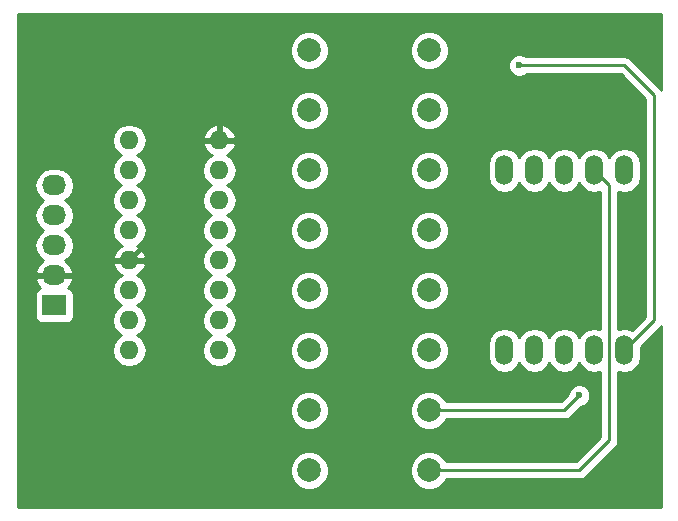
<source format=gbl>
G04 #@! TF.FileFunction,Copper,L2,Bot,Signal*
%FSLAX46Y46*%
G04 Gerber Fmt 4.6, Leading zero omitted, Abs format (unit mm)*
G04 Created by KiCad (PCBNEW 4.0.2-stable) date Monday, September 05, 2016 'PMt' 12:23:40 PM*
%MOMM*%
G01*
G04 APERTURE LIST*
%ADD10C,0.100000*%
%ADD11R,2.032000X1.727200*%
%ADD12O,2.032000X1.727200*%
%ADD13C,1.998980*%
%ADD14O,1.524000X2.524000*%
%ADD15O,1.600000X1.600000*%
%ADD16C,0.600000*%
%ADD17C,0.400000*%
%ADD18C,0.250000*%
%ADD19C,0.254000*%
G04 APERTURE END LIST*
D10*
D11*
X113030000Y-93980000D03*
D12*
X113030000Y-91440000D03*
X113030000Y-88900000D03*
X113030000Y-86360000D03*
X113030000Y-83820000D03*
D13*
X134620000Y-72390000D03*
X144780000Y-72390000D03*
X134620000Y-77470000D03*
X144780000Y-77470000D03*
X134620000Y-82550000D03*
X144780000Y-82550000D03*
X134620000Y-87630000D03*
X144780000Y-87630000D03*
X134620000Y-92710000D03*
X144780000Y-92710000D03*
X134620000Y-97790000D03*
X144780000Y-97790000D03*
X134620000Y-102870000D03*
X144780000Y-102870000D03*
X134620000Y-107950000D03*
X144780000Y-107950000D03*
D14*
X151130000Y-97790000D03*
X153670000Y-97790000D03*
X156210000Y-97790000D03*
X158750000Y-97790000D03*
X161290000Y-97790000D03*
X161290000Y-82550000D03*
X158750000Y-82550000D03*
X156210000Y-82550000D03*
X153670000Y-82550000D03*
X151130000Y-82550000D03*
D15*
X127000000Y-97790000D03*
X127000000Y-95250000D03*
X127000000Y-92710000D03*
X127000000Y-90170000D03*
X127000000Y-87630000D03*
X127000000Y-85090000D03*
X127000000Y-82550000D03*
X127000000Y-80010000D03*
X119380000Y-80010000D03*
X119380000Y-82550000D03*
X119380000Y-85090000D03*
X119380000Y-87630000D03*
X119380000Y-90170000D03*
X119380000Y-92710000D03*
X119380000Y-95250000D03*
X119380000Y-97790000D03*
D16*
X152400000Y-73660000D03*
X157480000Y-101600000D03*
D17*
X127000000Y-80010000D02*
X125730000Y-80010000D01*
X123190000Y-86360000D02*
X119380000Y-90170000D01*
X123190000Y-82550000D02*
X123190000Y-86360000D01*
X125730000Y-80010000D02*
X123190000Y-82550000D01*
X113030000Y-91440000D02*
X115570000Y-91440000D01*
X116840000Y-90170000D02*
X119380000Y-90170000D01*
X115570000Y-91440000D02*
X116840000Y-90170000D01*
D18*
X163830000Y-95250000D02*
X161290000Y-97790000D01*
X163830000Y-76200000D02*
X163830000Y-95250000D01*
X161290000Y-73660000D02*
X163830000Y-76200000D01*
X152400000Y-73660000D02*
X161290000Y-73660000D01*
X144780000Y-102870000D02*
X156210000Y-102870000D01*
X156210000Y-102870000D02*
X157480000Y-101600000D01*
X144780000Y-107950000D02*
X157480000Y-107950000D01*
X160020000Y-83820000D02*
X158750000Y-82550000D01*
X160020000Y-105410000D02*
X160020000Y-83820000D01*
X157480000Y-107950000D02*
X160020000Y-105410000D01*
D19*
G36*
X164390000Y-75696421D02*
X164367401Y-75662599D01*
X161827401Y-73122599D01*
X161580839Y-72957852D01*
X161290000Y-72900000D01*
X152962463Y-72900000D01*
X152930327Y-72867808D01*
X152586799Y-72725162D01*
X152214833Y-72724838D01*
X151871057Y-72866883D01*
X151607808Y-73129673D01*
X151465162Y-73473201D01*
X151464838Y-73845167D01*
X151606883Y-74188943D01*
X151869673Y-74452192D01*
X152213201Y-74594838D01*
X152585167Y-74595162D01*
X152928943Y-74453117D01*
X152962118Y-74420000D01*
X160975198Y-74420000D01*
X163070000Y-76514802D01*
X163070000Y-94935198D01*
X161955538Y-96049660D01*
X161824609Y-95962176D01*
X161290000Y-95855836D01*
X160780000Y-95957281D01*
X160780000Y-84382719D01*
X161290000Y-84484164D01*
X161824609Y-84377824D01*
X162277828Y-84074992D01*
X162580660Y-83621773D01*
X162687000Y-83087164D01*
X162687000Y-82012836D01*
X162580660Y-81478227D01*
X162277828Y-81025008D01*
X161824609Y-80722176D01*
X161290000Y-80615836D01*
X160755391Y-80722176D01*
X160302172Y-81025008D01*
X160020000Y-81447307D01*
X159737828Y-81025008D01*
X159284609Y-80722176D01*
X158750000Y-80615836D01*
X158215391Y-80722176D01*
X157762172Y-81025008D01*
X157480000Y-81447307D01*
X157197828Y-81025008D01*
X156744609Y-80722176D01*
X156210000Y-80615836D01*
X155675391Y-80722176D01*
X155222172Y-81025008D01*
X154940000Y-81447307D01*
X154657828Y-81025008D01*
X154204609Y-80722176D01*
X153670000Y-80615836D01*
X153135391Y-80722176D01*
X152682172Y-81025008D01*
X152400000Y-81447307D01*
X152117828Y-81025008D01*
X151664609Y-80722176D01*
X151130000Y-80615836D01*
X150595391Y-80722176D01*
X150142172Y-81025008D01*
X149839340Y-81478227D01*
X149733000Y-82012836D01*
X149733000Y-83087164D01*
X149839340Y-83621773D01*
X150142172Y-84074992D01*
X150595391Y-84377824D01*
X151130000Y-84484164D01*
X151664609Y-84377824D01*
X152117828Y-84074992D01*
X152400000Y-83652693D01*
X152682172Y-84074992D01*
X153135391Y-84377824D01*
X153670000Y-84484164D01*
X154204609Y-84377824D01*
X154657828Y-84074992D01*
X154940000Y-83652693D01*
X155222172Y-84074992D01*
X155675391Y-84377824D01*
X156210000Y-84484164D01*
X156744609Y-84377824D01*
X157197828Y-84074992D01*
X157480000Y-83652693D01*
X157762172Y-84074992D01*
X158215391Y-84377824D01*
X158750000Y-84484164D01*
X159260000Y-84382719D01*
X159260000Y-95957281D01*
X158750000Y-95855836D01*
X158215391Y-95962176D01*
X157762172Y-96265008D01*
X157480000Y-96687307D01*
X157197828Y-96265008D01*
X156744609Y-95962176D01*
X156210000Y-95855836D01*
X155675391Y-95962176D01*
X155222172Y-96265008D01*
X154940000Y-96687307D01*
X154657828Y-96265008D01*
X154204609Y-95962176D01*
X153670000Y-95855836D01*
X153135391Y-95962176D01*
X152682172Y-96265008D01*
X152400000Y-96687307D01*
X152117828Y-96265008D01*
X151664609Y-95962176D01*
X151130000Y-95855836D01*
X150595391Y-95962176D01*
X150142172Y-96265008D01*
X149839340Y-96718227D01*
X149733000Y-97252836D01*
X149733000Y-98327164D01*
X149839340Y-98861773D01*
X150142172Y-99314992D01*
X150595391Y-99617824D01*
X151130000Y-99724164D01*
X151664609Y-99617824D01*
X152117828Y-99314992D01*
X152400000Y-98892693D01*
X152682172Y-99314992D01*
X153135391Y-99617824D01*
X153670000Y-99724164D01*
X154204609Y-99617824D01*
X154657828Y-99314992D01*
X154940000Y-98892693D01*
X155222172Y-99314992D01*
X155675391Y-99617824D01*
X156210000Y-99724164D01*
X156744609Y-99617824D01*
X157197828Y-99314992D01*
X157480000Y-98892693D01*
X157762172Y-99314992D01*
X158215391Y-99617824D01*
X158750000Y-99724164D01*
X159260000Y-99622719D01*
X159260000Y-105095198D01*
X157165198Y-107190000D01*
X146234496Y-107190000D01*
X146166462Y-107025345D01*
X145707073Y-106565154D01*
X145106547Y-106315794D01*
X144456306Y-106315226D01*
X143855345Y-106563538D01*
X143395154Y-107022927D01*
X143145794Y-107623453D01*
X143145226Y-108273694D01*
X143393538Y-108874655D01*
X143852927Y-109334846D01*
X144453453Y-109584206D01*
X145103694Y-109584774D01*
X145704655Y-109336462D01*
X146164846Y-108877073D01*
X146234221Y-108710000D01*
X157480000Y-108710000D01*
X157770839Y-108652148D01*
X158017401Y-108487401D01*
X160557401Y-105947401D01*
X160722148Y-105700840D01*
X160731746Y-105652586D01*
X160780000Y-105410000D01*
X160780000Y-99622719D01*
X161290000Y-99724164D01*
X161824609Y-99617824D01*
X162277828Y-99314992D01*
X162580660Y-98861773D01*
X162687000Y-98327164D01*
X162687000Y-97467802D01*
X164367401Y-95787401D01*
X164390000Y-95753579D01*
X164390000Y-111050000D01*
X109930000Y-111050000D01*
X109930000Y-108273694D01*
X132985226Y-108273694D01*
X133233538Y-108874655D01*
X133692927Y-109334846D01*
X134293453Y-109584206D01*
X134943694Y-109584774D01*
X135544655Y-109336462D01*
X136004846Y-108877073D01*
X136254206Y-108276547D01*
X136254774Y-107626306D01*
X136006462Y-107025345D01*
X135547073Y-106565154D01*
X134946547Y-106315794D01*
X134296306Y-106315226D01*
X133695345Y-106563538D01*
X133235154Y-107022927D01*
X132985794Y-107623453D01*
X132985226Y-108273694D01*
X109930000Y-108273694D01*
X109930000Y-103193694D01*
X132985226Y-103193694D01*
X133233538Y-103794655D01*
X133692927Y-104254846D01*
X134293453Y-104504206D01*
X134943694Y-104504774D01*
X135544655Y-104256462D01*
X136004846Y-103797073D01*
X136254206Y-103196547D01*
X136254208Y-103193694D01*
X143145226Y-103193694D01*
X143393538Y-103794655D01*
X143852927Y-104254846D01*
X144453453Y-104504206D01*
X145103694Y-104504774D01*
X145704655Y-104256462D01*
X146164846Y-103797073D01*
X146234221Y-103630000D01*
X156210000Y-103630000D01*
X156500839Y-103572148D01*
X156747401Y-103407401D01*
X157619680Y-102535122D01*
X157665167Y-102535162D01*
X158008943Y-102393117D01*
X158272192Y-102130327D01*
X158414838Y-101786799D01*
X158415162Y-101414833D01*
X158273117Y-101071057D01*
X158010327Y-100807808D01*
X157666799Y-100665162D01*
X157294833Y-100664838D01*
X156951057Y-100806883D01*
X156687808Y-101069673D01*
X156545162Y-101413201D01*
X156545121Y-101460077D01*
X155895198Y-102110000D01*
X146234496Y-102110000D01*
X146166462Y-101945345D01*
X145707073Y-101485154D01*
X145106547Y-101235794D01*
X144456306Y-101235226D01*
X143855345Y-101483538D01*
X143395154Y-101942927D01*
X143145794Y-102543453D01*
X143145226Y-103193694D01*
X136254208Y-103193694D01*
X136254774Y-102546306D01*
X136006462Y-101945345D01*
X135547073Y-101485154D01*
X134946547Y-101235794D01*
X134296306Y-101235226D01*
X133695345Y-101483538D01*
X133235154Y-101942927D01*
X132985794Y-102543453D01*
X132985226Y-103193694D01*
X109930000Y-103193694D01*
X109930000Y-93116400D01*
X111366560Y-93116400D01*
X111366560Y-94843600D01*
X111410838Y-95078917D01*
X111549910Y-95295041D01*
X111762110Y-95440031D01*
X112014000Y-95491040D01*
X114046000Y-95491040D01*
X114281317Y-95446762D01*
X114497441Y-95307690D01*
X114642431Y-95095490D01*
X114693440Y-94843600D01*
X114693440Y-93116400D01*
X114649162Y-92881083D01*
X114539074Y-92710000D01*
X117916887Y-92710000D01*
X118026120Y-93259151D01*
X118337189Y-93724698D01*
X118719275Y-93980000D01*
X118337189Y-94235302D01*
X118026120Y-94700849D01*
X117916887Y-95250000D01*
X118026120Y-95799151D01*
X118337189Y-96264698D01*
X118719275Y-96520000D01*
X118337189Y-96775302D01*
X118026120Y-97240849D01*
X117916887Y-97790000D01*
X118026120Y-98339151D01*
X118337189Y-98804698D01*
X118802736Y-99115767D01*
X119351887Y-99225000D01*
X119408113Y-99225000D01*
X119957264Y-99115767D01*
X120422811Y-98804698D01*
X120733880Y-98339151D01*
X120843113Y-97790000D01*
X120733880Y-97240849D01*
X120422811Y-96775302D01*
X120040725Y-96520000D01*
X120422811Y-96264698D01*
X120733880Y-95799151D01*
X120843113Y-95250000D01*
X120733880Y-94700849D01*
X120422811Y-94235302D01*
X120040725Y-93980000D01*
X120422811Y-93724698D01*
X120733880Y-93259151D01*
X120843113Y-92710000D01*
X120733880Y-92160849D01*
X120422811Y-91695302D01*
X120018297Y-91425014D01*
X120235134Y-91322389D01*
X120611041Y-90907423D01*
X120771904Y-90519039D01*
X120649915Y-90297000D01*
X119507000Y-90297000D01*
X119507000Y-90317000D01*
X119253000Y-90317000D01*
X119253000Y-90297000D01*
X118110085Y-90297000D01*
X117988096Y-90519039D01*
X118148959Y-90907423D01*
X118524866Y-91322389D01*
X118741703Y-91425014D01*
X118337189Y-91695302D01*
X118026120Y-92160849D01*
X117916887Y-92710000D01*
X114539074Y-92710000D01*
X114510090Y-92664959D01*
X114297890Y-92519969D01*
X114203073Y-92500768D01*
X114380732Y-92342036D01*
X114634709Y-91814791D01*
X114637358Y-91799026D01*
X114516217Y-91567000D01*
X113157000Y-91567000D01*
X113157000Y-91587000D01*
X112903000Y-91587000D01*
X112903000Y-91567000D01*
X111543783Y-91567000D01*
X111422642Y-91799026D01*
X111425291Y-91814791D01*
X111679268Y-92342036D01*
X111854845Y-92498907D01*
X111778683Y-92513238D01*
X111562559Y-92652310D01*
X111417569Y-92864510D01*
X111366560Y-93116400D01*
X109930000Y-93116400D01*
X109930000Y-83820000D01*
X111346655Y-83820000D01*
X111460729Y-84393489D01*
X111785585Y-84879670D01*
X112100366Y-85090000D01*
X111785585Y-85300330D01*
X111460729Y-85786511D01*
X111346655Y-86360000D01*
X111460729Y-86933489D01*
X111785585Y-87419670D01*
X112100366Y-87630000D01*
X111785585Y-87840330D01*
X111460729Y-88326511D01*
X111346655Y-88900000D01*
X111460729Y-89473489D01*
X111785585Y-89959670D01*
X112095069Y-90166461D01*
X111679268Y-90537964D01*
X111425291Y-91065209D01*
X111422642Y-91080974D01*
X111543783Y-91313000D01*
X112903000Y-91313000D01*
X112903000Y-91293000D01*
X113157000Y-91293000D01*
X113157000Y-91313000D01*
X114516217Y-91313000D01*
X114637358Y-91080974D01*
X114634709Y-91065209D01*
X114380732Y-90537964D01*
X113964931Y-90166461D01*
X114274415Y-89959670D01*
X114599271Y-89473489D01*
X114713345Y-88900000D01*
X114599271Y-88326511D01*
X114274415Y-87840330D01*
X113959634Y-87630000D01*
X114274415Y-87419670D01*
X114599271Y-86933489D01*
X114713345Y-86360000D01*
X114599271Y-85786511D01*
X114274415Y-85300330D01*
X113959634Y-85090000D01*
X114274415Y-84879670D01*
X114599271Y-84393489D01*
X114713345Y-83820000D01*
X114599271Y-83246511D01*
X114274415Y-82760330D01*
X113788234Y-82435474D01*
X113214745Y-82321400D01*
X112845255Y-82321400D01*
X112271766Y-82435474D01*
X111785585Y-82760330D01*
X111460729Y-83246511D01*
X111346655Y-83820000D01*
X109930000Y-83820000D01*
X109930000Y-80010000D01*
X117916887Y-80010000D01*
X118026120Y-80559151D01*
X118337189Y-81024698D01*
X118719275Y-81280000D01*
X118337189Y-81535302D01*
X118026120Y-82000849D01*
X117916887Y-82550000D01*
X118026120Y-83099151D01*
X118337189Y-83564698D01*
X118719275Y-83820000D01*
X118337189Y-84075302D01*
X118026120Y-84540849D01*
X117916887Y-85090000D01*
X118026120Y-85639151D01*
X118337189Y-86104698D01*
X118719275Y-86360000D01*
X118337189Y-86615302D01*
X118026120Y-87080849D01*
X117916887Y-87630000D01*
X118026120Y-88179151D01*
X118337189Y-88644698D01*
X118741703Y-88914986D01*
X118524866Y-89017611D01*
X118148959Y-89432577D01*
X117988096Y-89820961D01*
X118110085Y-90043000D01*
X119253000Y-90043000D01*
X119253000Y-90023000D01*
X119507000Y-90023000D01*
X119507000Y-90043000D01*
X120649915Y-90043000D01*
X120771904Y-89820961D01*
X120611041Y-89432577D01*
X120235134Y-89017611D01*
X120018297Y-88914986D01*
X120422811Y-88644698D01*
X120733880Y-88179151D01*
X120843113Y-87630000D01*
X120733880Y-87080849D01*
X120422811Y-86615302D01*
X120040725Y-86360000D01*
X120422811Y-86104698D01*
X120733880Y-85639151D01*
X120843113Y-85090000D01*
X120733880Y-84540849D01*
X120422811Y-84075302D01*
X120040725Y-83820000D01*
X120422811Y-83564698D01*
X120733880Y-83099151D01*
X120843113Y-82550000D01*
X125536887Y-82550000D01*
X125646120Y-83099151D01*
X125957189Y-83564698D01*
X126339275Y-83820000D01*
X125957189Y-84075302D01*
X125646120Y-84540849D01*
X125536887Y-85090000D01*
X125646120Y-85639151D01*
X125957189Y-86104698D01*
X126339275Y-86360000D01*
X125957189Y-86615302D01*
X125646120Y-87080849D01*
X125536887Y-87630000D01*
X125646120Y-88179151D01*
X125957189Y-88644698D01*
X126339275Y-88900000D01*
X125957189Y-89155302D01*
X125646120Y-89620849D01*
X125536887Y-90170000D01*
X125646120Y-90719151D01*
X125957189Y-91184698D01*
X126339275Y-91440000D01*
X125957189Y-91695302D01*
X125646120Y-92160849D01*
X125536887Y-92710000D01*
X125646120Y-93259151D01*
X125957189Y-93724698D01*
X126339275Y-93980000D01*
X125957189Y-94235302D01*
X125646120Y-94700849D01*
X125536887Y-95250000D01*
X125646120Y-95799151D01*
X125957189Y-96264698D01*
X126339275Y-96520000D01*
X125957189Y-96775302D01*
X125646120Y-97240849D01*
X125536887Y-97790000D01*
X125646120Y-98339151D01*
X125957189Y-98804698D01*
X126422736Y-99115767D01*
X126971887Y-99225000D01*
X127028113Y-99225000D01*
X127577264Y-99115767D01*
X128042811Y-98804698D01*
X128353880Y-98339151D01*
X128398726Y-98113694D01*
X132985226Y-98113694D01*
X133233538Y-98714655D01*
X133692927Y-99174846D01*
X134293453Y-99424206D01*
X134943694Y-99424774D01*
X135544655Y-99176462D01*
X136004846Y-98717073D01*
X136254206Y-98116547D01*
X136254208Y-98113694D01*
X143145226Y-98113694D01*
X143393538Y-98714655D01*
X143852927Y-99174846D01*
X144453453Y-99424206D01*
X145103694Y-99424774D01*
X145704655Y-99176462D01*
X146164846Y-98717073D01*
X146414206Y-98116547D01*
X146414774Y-97466306D01*
X146166462Y-96865345D01*
X145707073Y-96405154D01*
X145106547Y-96155794D01*
X144456306Y-96155226D01*
X143855345Y-96403538D01*
X143395154Y-96862927D01*
X143145794Y-97463453D01*
X143145226Y-98113694D01*
X136254208Y-98113694D01*
X136254774Y-97466306D01*
X136006462Y-96865345D01*
X135547073Y-96405154D01*
X134946547Y-96155794D01*
X134296306Y-96155226D01*
X133695345Y-96403538D01*
X133235154Y-96862927D01*
X132985794Y-97463453D01*
X132985226Y-98113694D01*
X128398726Y-98113694D01*
X128463113Y-97790000D01*
X128353880Y-97240849D01*
X128042811Y-96775302D01*
X127660725Y-96520000D01*
X128042811Y-96264698D01*
X128353880Y-95799151D01*
X128463113Y-95250000D01*
X128353880Y-94700849D01*
X128042811Y-94235302D01*
X127660725Y-93980000D01*
X128042811Y-93724698D01*
X128353880Y-93259151D01*
X128398726Y-93033694D01*
X132985226Y-93033694D01*
X133233538Y-93634655D01*
X133692927Y-94094846D01*
X134293453Y-94344206D01*
X134943694Y-94344774D01*
X135544655Y-94096462D01*
X136004846Y-93637073D01*
X136254206Y-93036547D01*
X136254208Y-93033694D01*
X143145226Y-93033694D01*
X143393538Y-93634655D01*
X143852927Y-94094846D01*
X144453453Y-94344206D01*
X145103694Y-94344774D01*
X145704655Y-94096462D01*
X146164846Y-93637073D01*
X146414206Y-93036547D01*
X146414774Y-92386306D01*
X146166462Y-91785345D01*
X145707073Y-91325154D01*
X145106547Y-91075794D01*
X144456306Y-91075226D01*
X143855345Y-91323538D01*
X143395154Y-91782927D01*
X143145794Y-92383453D01*
X143145226Y-93033694D01*
X136254208Y-93033694D01*
X136254774Y-92386306D01*
X136006462Y-91785345D01*
X135547073Y-91325154D01*
X134946547Y-91075794D01*
X134296306Y-91075226D01*
X133695345Y-91323538D01*
X133235154Y-91782927D01*
X132985794Y-92383453D01*
X132985226Y-93033694D01*
X128398726Y-93033694D01*
X128463113Y-92710000D01*
X128353880Y-92160849D01*
X128042811Y-91695302D01*
X127660725Y-91440000D01*
X128042811Y-91184698D01*
X128353880Y-90719151D01*
X128463113Y-90170000D01*
X128353880Y-89620849D01*
X128042811Y-89155302D01*
X127660725Y-88900000D01*
X128042811Y-88644698D01*
X128353880Y-88179151D01*
X128398726Y-87953694D01*
X132985226Y-87953694D01*
X133233538Y-88554655D01*
X133692927Y-89014846D01*
X134293453Y-89264206D01*
X134943694Y-89264774D01*
X135544655Y-89016462D01*
X136004846Y-88557073D01*
X136254206Y-87956547D01*
X136254208Y-87953694D01*
X143145226Y-87953694D01*
X143393538Y-88554655D01*
X143852927Y-89014846D01*
X144453453Y-89264206D01*
X145103694Y-89264774D01*
X145704655Y-89016462D01*
X146164846Y-88557073D01*
X146414206Y-87956547D01*
X146414774Y-87306306D01*
X146166462Y-86705345D01*
X145707073Y-86245154D01*
X145106547Y-85995794D01*
X144456306Y-85995226D01*
X143855345Y-86243538D01*
X143395154Y-86702927D01*
X143145794Y-87303453D01*
X143145226Y-87953694D01*
X136254208Y-87953694D01*
X136254774Y-87306306D01*
X136006462Y-86705345D01*
X135547073Y-86245154D01*
X134946547Y-85995794D01*
X134296306Y-85995226D01*
X133695345Y-86243538D01*
X133235154Y-86702927D01*
X132985794Y-87303453D01*
X132985226Y-87953694D01*
X128398726Y-87953694D01*
X128463113Y-87630000D01*
X128353880Y-87080849D01*
X128042811Y-86615302D01*
X127660725Y-86360000D01*
X128042811Y-86104698D01*
X128353880Y-85639151D01*
X128463113Y-85090000D01*
X128353880Y-84540849D01*
X128042811Y-84075302D01*
X127660725Y-83820000D01*
X128042811Y-83564698D01*
X128353880Y-83099151D01*
X128398726Y-82873694D01*
X132985226Y-82873694D01*
X133233538Y-83474655D01*
X133692927Y-83934846D01*
X134293453Y-84184206D01*
X134943694Y-84184774D01*
X135544655Y-83936462D01*
X136004846Y-83477073D01*
X136254206Y-82876547D01*
X136254208Y-82873694D01*
X143145226Y-82873694D01*
X143393538Y-83474655D01*
X143852927Y-83934846D01*
X144453453Y-84184206D01*
X145103694Y-84184774D01*
X145704655Y-83936462D01*
X146164846Y-83477073D01*
X146414206Y-82876547D01*
X146414774Y-82226306D01*
X146166462Y-81625345D01*
X145707073Y-81165154D01*
X145106547Y-80915794D01*
X144456306Y-80915226D01*
X143855345Y-81163538D01*
X143395154Y-81622927D01*
X143145794Y-82223453D01*
X143145226Y-82873694D01*
X136254208Y-82873694D01*
X136254774Y-82226306D01*
X136006462Y-81625345D01*
X135547073Y-81165154D01*
X134946547Y-80915794D01*
X134296306Y-80915226D01*
X133695345Y-81163538D01*
X133235154Y-81622927D01*
X132985794Y-82223453D01*
X132985226Y-82873694D01*
X128398726Y-82873694D01*
X128463113Y-82550000D01*
X128353880Y-82000849D01*
X128042811Y-81535302D01*
X127638297Y-81265014D01*
X127855134Y-81162389D01*
X128231041Y-80747423D01*
X128391904Y-80359039D01*
X128269915Y-80137000D01*
X127127000Y-80137000D01*
X127127000Y-80157000D01*
X126873000Y-80157000D01*
X126873000Y-80137000D01*
X125730085Y-80137000D01*
X125608096Y-80359039D01*
X125768959Y-80747423D01*
X126144866Y-81162389D01*
X126361703Y-81265014D01*
X125957189Y-81535302D01*
X125646120Y-82000849D01*
X125536887Y-82550000D01*
X120843113Y-82550000D01*
X120733880Y-82000849D01*
X120422811Y-81535302D01*
X120040725Y-81280000D01*
X120422811Y-81024698D01*
X120733880Y-80559151D01*
X120843113Y-80010000D01*
X120773685Y-79660961D01*
X125608096Y-79660961D01*
X125730085Y-79883000D01*
X126873000Y-79883000D01*
X126873000Y-78739371D01*
X127127000Y-78739371D01*
X127127000Y-79883000D01*
X128269915Y-79883000D01*
X128391904Y-79660961D01*
X128231041Y-79272577D01*
X127855134Y-78857611D01*
X127349041Y-78618086D01*
X127127000Y-78739371D01*
X126873000Y-78739371D01*
X126650959Y-78618086D01*
X126144866Y-78857611D01*
X125768959Y-79272577D01*
X125608096Y-79660961D01*
X120773685Y-79660961D01*
X120733880Y-79460849D01*
X120422811Y-78995302D01*
X119957264Y-78684233D01*
X119408113Y-78575000D01*
X119351887Y-78575000D01*
X118802736Y-78684233D01*
X118337189Y-78995302D01*
X118026120Y-79460849D01*
X117916887Y-80010000D01*
X109930000Y-80010000D01*
X109930000Y-77793694D01*
X132985226Y-77793694D01*
X133233538Y-78394655D01*
X133692927Y-78854846D01*
X134293453Y-79104206D01*
X134943694Y-79104774D01*
X135544655Y-78856462D01*
X136004846Y-78397073D01*
X136254206Y-77796547D01*
X136254208Y-77793694D01*
X143145226Y-77793694D01*
X143393538Y-78394655D01*
X143852927Y-78854846D01*
X144453453Y-79104206D01*
X145103694Y-79104774D01*
X145704655Y-78856462D01*
X146164846Y-78397073D01*
X146414206Y-77796547D01*
X146414774Y-77146306D01*
X146166462Y-76545345D01*
X145707073Y-76085154D01*
X145106547Y-75835794D01*
X144456306Y-75835226D01*
X143855345Y-76083538D01*
X143395154Y-76542927D01*
X143145794Y-77143453D01*
X143145226Y-77793694D01*
X136254208Y-77793694D01*
X136254774Y-77146306D01*
X136006462Y-76545345D01*
X135547073Y-76085154D01*
X134946547Y-75835794D01*
X134296306Y-75835226D01*
X133695345Y-76083538D01*
X133235154Y-76542927D01*
X132985794Y-77143453D01*
X132985226Y-77793694D01*
X109930000Y-77793694D01*
X109930000Y-72713694D01*
X132985226Y-72713694D01*
X133233538Y-73314655D01*
X133692927Y-73774846D01*
X134293453Y-74024206D01*
X134943694Y-74024774D01*
X135544655Y-73776462D01*
X136004846Y-73317073D01*
X136254206Y-72716547D01*
X136254208Y-72713694D01*
X143145226Y-72713694D01*
X143393538Y-73314655D01*
X143852927Y-73774846D01*
X144453453Y-74024206D01*
X145103694Y-74024774D01*
X145704655Y-73776462D01*
X146164846Y-73317073D01*
X146414206Y-72716547D01*
X146414774Y-72066306D01*
X146166462Y-71465345D01*
X145707073Y-71005154D01*
X145106547Y-70755794D01*
X144456306Y-70755226D01*
X143855345Y-71003538D01*
X143395154Y-71462927D01*
X143145794Y-72063453D01*
X143145226Y-72713694D01*
X136254208Y-72713694D01*
X136254774Y-72066306D01*
X136006462Y-71465345D01*
X135547073Y-71005154D01*
X134946547Y-70755794D01*
X134296306Y-70755226D01*
X133695345Y-71003538D01*
X133235154Y-71462927D01*
X132985794Y-72063453D01*
X132985226Y-72713694D01*
X109930000Y-72713694D01*
X109930000Y-69290000D01*
X164390000Y-69290000D01*
X164390000Y-75696421D01*
X164390000Y-75696421D01*
G37*
X164390000Y-75696421D02*
X164367401Y-75662599D01*
X161827401Y-73122599D01*
X161580839Y-72957852D01*
X161290000Y-72900000D01*
X152962463Y-72900000D01*
X152930327Y-72867808D01*
X152586799Y-72725162D01*
X152214833Y-72724838D01*
X151871057Y-72866883D01*
X151607808Y-73129673D01*
X151465162Y-73473201D01*
X151464838Y-73845167D01*
X151606883Y-74188943D01*
X151869673Y-74452192D01*
X152213201Y-74594838D01*
X152585167Y-74595162D01*
X152928943Y-74453117D01*
X152962118Y-74420000D01*
X160975198Y-74420000D01*
X163070000Y-76514802D01*
X163070000Y-94935198D01*
X161955538Y-96049660D01*
X161824609Y-95962176D01*
X161290000Y-95855836D01*
X160780000Y-95957281D01*
X160780000Y-84382719D01*
X161290000Y-84484164D01*
X161824609Y-84377824D01*
X162277828Y-84074992D01*
X162580660Y-83621773D01*
X162687000Y-83087164D01*
X162687000Y-82012836D01*
X162580660Y-81478227D01*
X162277828Y-81025008D01*
X161824609Y-80722176D01*
X161290000Y-80615836D01*
X160755391Y-80722176D01*
X160302172Y-81025008D01*
X160020000Y-81447307D01*
X159737828Y-81025008D01*
X159284609Y-80722176D01*
X158750000Y-80615836D01*
X158215391Y-80722176D01*
X157762172Y-81025008D01*
X157480000Y-81447307D01*
X157197828Y-81025008D01*
X156744609Y-80722176D01*
X156210000Y-80615836D01*
X155675391Y-80722176D01*
X155222172Y-81025008D01*
X154940000Y-81447307D01*
X154657828Y-81025008D01*
X154204609Y-80722176D01*
X153670000Y-80615836D01*
X153135391Y-80722176D01*
X152682172Y-81025008D01*
X152400000Y-81447307D01*
X152117828Y-81025008D01*
X151664609Y-80722176D01*
X151130000Y-80615836D01*
X150595391Y-80722176D01*
X150142172Y-81025008D01*
X149839340Y-81478227D01*
X149733000Y-82012836D01*
X149733000Y-83087164D01*
X149839340Y-83621773D01*
X150142172Y-84074992D01*
X150595391Y-84377824D01*
X151130000Y-84484164D01*
X151664609Y-84377824D01*
X152117828Y-84074992D01*
X152400000Y-83652693D01*
X152682172Y-84074992D01*
X153135391Y-84377824D01*
X153670000Y-84484164D01*
X154204609Y-84377824D01*
X154657828Y-84074992D01*
X154940000Y-83652693D01*
X155222172Y-84074992D01*
X155675391Y-84377824D01*
X156210000Y-84484164D01*
X156744609Y-84377824D01*
X157197828Y-84074992D01*
X157480000Y-83652693D01*
X157762172Y-84074992D01*
X158215391Y-84377824D01*
X158750000Y-84484164D01*
X159260000Y-84382719D01*
X159260000Y-95957281D01*
X158750000Y-95855836D01*
X158215391Y-95962176D01*
X157762172Y-96265008D01*
X157480000Y-96687307D01*
X157197828Y-96265008D01*
X156744609Y-95962176D01*
X156210000Y-95855836D01*
X155675391Y-95962176D01*
X155222172Y-96265008D01*
X154940000Y-96687307D01*
X154657828Y-96265008D01*
X154204609Y-95962176D01*
X153670000Y-95855836D01*
X153135391Y-95962176D01*
X152682172Y-96265008D01*
X152400000Y-96687307D01*
X152117828Y-96265008D01*
X151664609Y-95962176D01*
X151130000Y-95855836D01*
X150595391Y-95962176D01*
X150142172Y-96265008D01*
X149839340Y-96718227D01*
X149733000Y-97252836D01*
X149733000Y-98327164D01*
X149839340Y-98861773D01*
X150142172Y-99314992D01*
X150595391Y-99617824D01*
X151130000Y-99724164D01*
X151664609Y-99617824D01*
X152117828Y-99314992D01*
X152400000Y-98892693D01*
X152682172Y-99314992D01*
X153135391Y-99617824D01*
X153670000Y-99724164D01*
X154204609Y-99617824D01*
X154657828Y-99314992D01*
X154940000Y-98892693D01*
X155222172Y-99314992D01*
X155675391Y-99617824D01*
X156210000Y-99724164D01*
X156744609Y-99617824D01*
X157197828Y-99314992D01*
X157480000Y-98892693D01*
X157762172Y-99314992D01*
X158215391Y-99617824D01*
X158750000Y-99724164D01*
X159260000Y-99622719D01*
X159260000Y-105095198D01*
X157165198Y-107190000D01*
X146234496Y-107190000D01*
X146166462Y-107025345D01*
X145707073Y-106565154D01*
X145106547Y-106315794D01*
X144456306Y-106315226D01*
X143855345Y-106563538D01*
X143395154Y-107022927D01*
X143145794Y-107623453D01*
X143145226Y-108273694D01*
X143393538Y-108874655D01*
X143852927Y-109334846D01*
X144453453Y-109584206D01*
X145103694Y-109584774D01*
X145704655Y-109336462D01*
X146164846Y-108877073D01*
X146234221Y-108710000D01*
X157480000Y-108710000D01*
X157770839Y-108652148D01*
X158017401Y-108487401D01*
X160557401Y-105947401D01*
X160722148Y-105700840D01*
X160731746Y-105652586D01*
X160780000Y-105410000D01*
X160780000Y-99622719D01*
X161290000Y-99724164D01*
X161824609Y-99617824D01*
X162277828Y-99314992D01*
X162580660Y-98861773D01*
X162687000Y-98327164D01*
X162687000Y-97467802D01*
X164367401Y-95787401D01*
X164390000Y-95753579D01*
X164390000Y-111050000D01*
X109930000Y-111050000D01*
X109930000Y-108273694D01*
X132985226Y-108273694D01*
X133233538Y-108874655D01*
X133692927Y-109334846D01*
X134293453Y-109584206D01*
X134943694Y-109584774D01*
X135544655Y-109336462D01*
X136004846Y-108877073D01*
X136254206Y-108276547D01*
X136254774Y-107626306D01*
X136006462Y-107025345D01*
X135547073Y-106565154D01*
X134946547Y-106315794D01*
X134296306Y-106315226D01*
X133695345Y-106563538D01*
X133235154Y-107022927D01*
X132985794Y-107623453D01*
X132985226Y-108273694D01*
X109930000Y-108273694D01*
X109930000Y-103193694D01*
X132985226Y-103193694D01*
X133233538Y-103794655D01*
X133692927Y-104254846D01*
X134293453Y-104504206D01*
X134943694Y-104504774D01*
X135544655Y-104256462D01*
X136004846Y-103797073D01*
X136254206Y-103196547D01*
X136254208Y-103193694D01*
X143145226Y-103193694D01*
X143393538Y-103794655D01*
X143852927Y-104254846D01*
X144453453Y-104504206D01*
X145103694Y-104504774D01*
X145704655Y-104256462D01*
X146164846Y-103797073D01*
X146234221Y-103630000D01*
X156210000Y-103630000D01*
X156500839Y-103572148D01*
X156747401Y-103407401D01*
X157619680Y-102535122D01*
X157665167Y-102535162D01*
X158008943Y-102393117D01*
X158272192Y-102130327D01*
X158414838Y-101786799D01*
X158415162Y-101414833D01*
X158273117Y-101071057D01*
X158010327Y-100807808D01*
X157666799Y-100665162D01*
X157294833Y-100664838D01*
X156951057Y-100806883D01*
X156687808Y-101069673D01*
X156545162Y-101413201D01*
X156545121Y-101460077D01*
X155895198Y-102110000D01*
X146234496Y-102110000D01*
X146166462Y-101945345D01*
X145707073Y-101485154D01*
X145106547Y-101235794D01*
X144456306Y-101235226D01*
X143855345Y-101483538D01*
X143395154Y-101942927D01*
X143145794Y-102543453D01*
X143145226Y-103193694D01*
X136254208Y-103193694D01*
X136254774Y-102546306D01*
X136006462Y-101945345D01*
X135547073Y-101485154D01*
X134946547Y-101235794D01*
X134296306Y-101235226D01*
X133695345Y-101483538D01*
X133235154Y-101942927D01*
X132985794Y-102543453D01*
X132985226Y-103193694D01*
X109930000Y-103193694D01*
X109930000Y-93116400D01*
X111366560Y-93116400D01*
X111366560Y-94843600D01*
X111410838Y-95078917D01*
X111549910Y-95295041D01*
X111762110Y-95440031D01*
X112014000Y-95491040D01*
X114046000Y-95491040D01*
X114281317Y-95446762D01*
X114497441Y-95307690D01*
X114642431Y-95095490D01*
X114693440Y-94843600D01*
X114693440Y-93116400D01*
X114649162Y-92881083D01*
X114539074Y-92710000D01*
X117916887Y-92710000D01*
X118026120Y-93259151D01*
X118337189Y-93724698D01*
X118719275Y-93980000D01*
X118337189Y-94235302D01*
X118026120Y-94700849D01*
X117916887Y-95250000D01*
X118026120Y-95799151D01*
X118337189Y-96264698D01*
X118719275Y-96520000D01*
X118337189Y-96775302D01*
X118026120Y-97240849D01*
X117916887Y-97790000D01*
X118026120Y-98339151D01*
X118337189Y-98804698D01*
X118802736Y-99115767D01*
X119351887Y-99225000D01*
X119408113Y-99225000D01*
X119957264Y-99115767D01*
X120422811Y-98804698D01*
X120733880Y-98339151D01*
X120843113Y-97790000D01*
X120733880Y-97240849D01*
X120422811Y-96775302D01*
X120040725Y-96520000D01*
X120422811Y-96264698D01*
X120733880Y-95799151D01*
X120843113Y-95250000D01*
X120733880Y-94700849D01*
X120422811Y-94235302D01*
X120040725Y-93980000D01*
X120422811Y-93724698D01*
X120733880Y-93259151D01*
X120843113Y-92710000D01*
X120733880Y-92160849D01*
X120422811Y-91695302D01*
X120018297Y-91425014D01*
X120235134Y-91322389D01*
X120611041Y-90907423D01*
X120771904Y-90519039D01*
X120649915Y-90297000D01*
X119507000Y-90297000D01*
X119507000Y-90317000D01*
X119253000Y-90317000D01*
X119253000Y-90297000D01*
X118110085Y-90297000D01*
X117988096Y-90519039D01*
X118148959Y-90907423D01*
X118524866Y-91322389D01*
X118741703Y-91425014D01*
X118337189Y-91695302D01*
X118026120Y-92160849D01*
X117916887Y-92710000D01*
X114539074Y-92710000D01*
X114510090Y-92664959D01*
X114297890Y-92519969D01*
X114203073Y-92500768D01*
X114380732Y-92342036D01*
X114634709Y-91814791D01*
X114637358Y-91799026D01*
X114516217Y-91567000D01*
X113157000Y-91567000D01*
X113157000Y-91587000D01*
X112903000Y-91587000D01*
X112903000Y-91567000D01*
X111543783Y-91567000D01*
X111422642Y-91799026D01*
X111425291Y-91814791D01*
X111679268Y-92342036D01*
X111854845Y-92498907D01*
X111778683Y-92513238D01*
X111562559Y-92652310D01*
X111417569Y-92864510D01*
X111366560Y-93116400D01*
X109930000Y-93116400D01*
X109930000Y-83820000D01*
X111346655Y-83820000D01*
X111460729Y-84393489D01*
X111785585Y-84879670D01*
X112100366Y-85090000D01*
X111785585Y-85300330D01*
X111460729Y-85786511D01*
X111346655Y-86360000D01*
X111460729Y-86933489D01*
X111785585Y-87419670D01*
X112100366Y-87630000D01*
X111785585Y-87840330D01*
X111460729Y-88326511D01*
X111346655Y-88900000D01*
X111460729Y-89473489D01*
X111785585Y-89959670D01*
X112095069Y-90166461D01*
X111679268Y-90537964D01*
X111425291Y-91065209D01*
X111422642Y-91080974D01*
X111543783Y-91313000D01*
X112903000Y-91313000D01*
X112903000Y-91293000D01*
X113157000Y-91293000D01*
X113157000Y-91313000D01*
X114516217Y-91313000D01*
X114637358Y-91080974D01*
X114634709Y-91065209D01*
X114380732Y-90537964D01*
X113964931Y-90166461D01*
X114274415Y-89959670D01*
X114599271Y-89473489D01*
X114713345Y-88900000D01*
X114599271Y-88326511D01*
X114274415Y-87840330D01*
X113959634Y-87630000D01*
X114274415Y-87419670D01*
X114599271Y-86933489D01*
X114713345Y-86360000D01*
X114599271Y-85786511D01*
X114274415Y-85300330D01*
X113959634Y-85090000D01*
X114274415Y-84879670D01*
X114599271Y-84393489D01*
X114713345Y-83820000D01*
X114599271Y-83246511D01*
X114274415Y-82760330D01*
X113788234Y-82435474D01*
X113214745Y-82321400D01*
X112845255Y-82321400D01*
X112271766Y-82435474D01*
X111785585Y-82760330D01*
X111460729Y-83246511D01*
X111346655Y-83820000D01*
X109930000Y-83820000D01*
X109930000Y-80010000D01*
X117916887Y-80010000D01*
X118026120Y-80559151D01*
X118337189Y-81024698D01*
X118719275Y-81280000D01*
X118337189Y-81535302D01*
X118026120Y-82000849D01*
X117916887Y-82550000D01*
X118026120Y-83099151D01*
X118337189Y-83564698D01*
X118719275Y-83820000D01*
X118337189Y-84075302D01*
X118026120Y-84540849D01*
X117916887Y-85090000D01*
X118026120Y-85639151D01*
X118337189Y-86104698D01*
X118719275Y-86360000D01*
X118337189Y-86615302D01*
X118026120Y-87080849D01*
X117916887Y-87630000D01*
X118026120Y-88179151D01*
X118337189Y-88644698D01*
X118741703Y-88914986D01*
X118524866Y-89017611D01*
X118148959Y-89432577D01*
X117988096Y-89820961D01*
X118110085Y-90043000D01*
X119253000Y-90043000D01*
X119253000Y-90023000D01*
X119507000Y-90023000D01*
X119507000Y-90043000D01*
X120649915Y-90043000D01*
X120771904Y-89820961D01*
X120611041Y-89432577D01*
X120235134Y-89017611D01*
X120018297Y-88914986D01*
X120422811Y-88644698D01*
X120733880Y-88179151D01*
X120843113Y-87630000D01*
X120733880Y-87080849D01*
X120422811Y-86615302D01*
X120040725Y-86360000D01*
X120422811Y-86104698D01*
X120733880Y-85639151D01*
X120843113Y-85090000D01*
X120733880Y-84540849D01*
X120422811Y-84075302D01*
X120040725Y-83820000D01*
X120422811Y-83564698D01*
X120733880Y-83099151D01*
X120843113Y-82550000D01*
X125536887Y-82550000D01*
X125646120Y-83099151D01*
X125957189Y-83564698D01*
X126339275Y-83820000D01*
X125957189Y-84075302D01*
X125646120Y-84540849D01*
X125536887Y-85090000D01*
X125646120Y-85639151D01*
X125957189Y-86104698D01*
X126339275Y-86360000D01*
X125957189Y-86615302D01*
X125646120Y-87080849D01*
X125536887Y-87630000D01*
X125646120Y-88179151D01*
X125957189Y-88644698D01*
X126339275Y-88900000D01*
X125957189Y-89155302D01*
X125646120Y-89620849D01*
X125536887Y-90170000D01*
X125646120Y-90719151D01*
X125957189Y-91184698D01*
X126339275Y-91440000D01*
X125957189Y-91695302D01*
X125646120Y-92160849D01*
X125536887Y-92710000D01*
X125646120Y-93259151D01*
X125957189Y-93724698D01*
X126339275Y-93980000D01*
X125957189Y-94235302D01*
X125646120Y-94700849D01*
X125536887Y-95250000D01*
X125646120Y-95799151D01*
X125957189Y-96264698D01*
X126339275Y-96520000D01*
X125957189Y-96775302D01*
X125646120Y-97240849D01*
X125536887Y-97790000D01*
X125646120Y-98339151D01*
X125957189Y-98804698D01*
X126422736Y-99115767D01*
X126971887Y-99225000D01*
X127028113Y-99225000D01*
X127577264Y-99115767D01*
X128042811Y-98804698D01*
X128353880Y-98339151D01*
X128398726Y-98113694D01*
X132985226Y-98113694D01*
X133233538Y-98714655D01*
X133692927Y-99174846D01*
X134293453Y-99424206D01*
X134943694Y-99424774D01*
X135544655Y-99176462D01*
X136004846Y-98717073D01*
X136254206Y-98116547D01*
X136254208Y-98113694D01*
X143145226Y-98113694D01*
X143393538Y-98714655D01*
X143852927Y-99174846D01*
X144453453Y-99424206D01*
X145103694Y-99424774D01*
X145704655Y-99176462D01*
X146164846Y-98717073D01*
X146414206Y-98116547D01*
X146414774Y-97466306D01*
X146166462Y-96865345D01*
X145707073Y-96405154D01*
X145106547Y-96155794D01*
X144456306Y-96155226D01*
X143855345Y-96403538D01*
X143395154Y-96862927D01*
X143145794Y-97463453D01*
X143145226Y-98113694D01*
X136254208Y-98113694D01*
X136254774Y-97466306D01*
X136006462Y-96865345D01*
X135547073Y-96405154D01*
X134946547Y-96155794D01*
X134296306Y-96155226D01*
X133695345Y-96403538D01*
X133235154Y-96862927D01*
X132985794Y-97463453D01*
X132985226Y-98113694D01*
X128398726Y-98113694D01*
X128463113Y-97790000D01*
X128353880Y-97240849D01*
X128042811Y-96775302D01*
X127660725Y-96520000D01*
X128042811Y-96264698D01*
X128353880Y-95799151D01*
X128463113Y-95250000D01*
X128353880Y-94700849D01*
X128042811Y-94235302D01*
X127660725Y-93980000D01*
X128042811Y-93724698D01*
X128353880Y-93259151D01*
X128398726Y-93033694D01*
X132985226Y-93033694D01*
X133233538Y-93634655D01*
X133692927Y-94094846D01*
X134293453Y-94344206D01*
X134943694Y-94344774D01*
X135544655Y-94096462D01*
X136004846Y-93637073D01*
X136254206Y-93036547D01*
X136254208Y-93033694D01*
X143145226Y-93033694D01*
X143393538Y-93634655D01*
X143852927Y-94094846D01*
X144453453Y-94344206D01*
X145103694Y-94344774D01*
X145704655Y-94096462D01*
X146164846Y-93637073D01*
X146414206Y-93036547D01*
X146414774Y-92386306D01*
X146166462Y-91785345D01*
X145707073Y-91325154D01*
X145106547Y-91075794D01*
X144456306Y-91075226D01*
X143855345Y-91323538D01*
X143395154Y-91782927D01*
X143145794Y-92383453D01*
X143145226Y-93033694D01*
X136254208Y-93033694D01*
X136254774Y-92386306D01*
X136006462Y-91785345D01*
X135547073Y-91325154D01*
X134946547Y-91075794D01*
X134296306Y-91075226D01*
X133695345Y-91323538D01*
X133235154Y-91782927D01*
X132985794Y-92383453D01*
X132985226Y-93033694D01*
X128398726Y-93033694D01*
X128463113Y-92710000D01*
X128353880Y-92160849D01*
X128042811Y-91695302D01*
X127660725Y-91440000D01*
X128042811Y-91184698D01*
X128353880Y-90719151D01*
X128463113Y-90170000D01*
X128353880Y-89620849D01*
X128042811Y-89155302D01*
X127660725Y-88900000D01*
X128042811Y-88644698D01*
X128353880Y-88179151D01*
X128398726Y-87953694D01*
X132985226Y-87953694D01*
X133233538Y-88554655D01*
X133692927Y-89014846D01*
X134293453Y-89264206D01*
X134943694Y-89264774D01*
X135544655Y-89016462D01*
X136004846Y-88557073D01*
X136254206Y-87956547D01*
X136254208Y-87953694D01*
X143145226Y-87953694D01*
X143393538Y-88554655D01*
X143852927Y-89014846D01*
X144453453Y-89264206D01*
X145103694Y-89264774D01*
X145704655Y-89016462D01*
X146164846Y-88557073D01*
X146414206Y-87956547D01*
X146414774Y-87306306D01*
X146166462Y-86705345D01*
X145707073Y-86245154D01*
X145106547Y-85995794D01*
X144456306Y-85995226D01*
X143855345Y-86243538D01*
X143395154Y-86702927D01*
X143145794Y-87303453D01*
X143145226Y-87953694D01*
X136254208Y-87953694D01*
X136254774Y-87306306D01*
X136006462Y-86705345D01*
X135547073Y-86245154D01*
X134946547Y-85995794D01*
X134296306Y-85995226D01*
X133695345Y-86243538D01*
X133235154Y-86702927D01*
X132985794Y-87303453D01*
X132985226Y-87953694D01*
X128398726Y-87953694D01*
X128463113Y-87630000D01*
X128353880Y-87080849D01*
X128042811Y-86615302D01*
X127660725Y-86360000D01*
X128042811Y-86104698D01*
X128353880Y-85639151D01*
X128463113Y-85090000D01*
X128353880Y-84540849D01*
X128042811Y-84075302D01*
X127660725Y-83820000D01*
X128042811Y-83564698D01*
X128353880Y-83099151D01*
X128398726Y-82873694D01*
X132985226Y-82873694D01*
X133233538Y-83474655D01*
X133692927Y-83934846D01*
X134293453Y-84184206D01*
X134943694Y-84184774D01*
X135544655Y-83936462D01*
X136004846Y-83477073D01*
X136254206Y-82876547D01*
X136254208Y-82873694D01*
X143145226Y-82873694D01*
X143393538Y-83474655D01*
X143852927Y-83934846D01*
X144453453Y-84184206D01*
X145103694Y-84184774D01*
X145704655Y-83936462D01*
X146164846Y-83477073D01*
X146414206Y-82876547D01*
X146414774Y-82226306D01*
X146166462Y-81625345D01*
X145707073Y-81165154D01*
X145106547Y-80915794D01*
X144456306Y-80915226D01*
X143855345Y-81163538D01*
X143395154Y-81622927D01*
X143145794Y-82223453D01*
X143145226Y-82873694D01*
X136254208Y-82873694D01*
X136254774Y-82226306D01*
X136006462Y-81625345D01*
X135547073Y-81165154D01*
X134946547Y-80915794D01*
X134296306Y-80915226D01*
X133695345Y-81163538D01*
X133235154Y-81622927D01*
X132985794Y-82223453D01*
X132985226Y-82873694D01*
X128398726Y-82873694D01*
X128463113Y-82550000D01*
X128353880Y-82000849D01*
X128042811Y-81535302D01*
X127638297Y-81265014D01*
X127855134Y-81162389D01*
X128231041Y-80747423D01*
X128391904Y-80359039D01*
X128269915Y-80137000D01*
X127127000Y-80137000D01*
X127127000Y-80157000D01*
X126873000Y-80157000D01*
X126873000Y-80137000D01*
X125730085Y-80137000D01*
X125608096Y-80359039D01*
X125768959Y-80747423D01*
X126144866Y-81162389D01*
X126361703Y-81265014D01*
X125957189Y-81535302D01*
X125646120Y-82000849D01*
X125536887Y-82550000D01*
X120843113Y-82550000D01*
X120733880Y-82000849D01*
X120422811Y-81535302D01*
X120040725Y-81280000D01*
X120422811Y-81024698D01*
X120733880Y-80559151D01*
X120843113Y-80010000D01*
X120773685Y-79660961D01*
X125608096Y-79660961D01*
X125730085Y-79883000D01*
X126873000Y-79883000D01*
X126873000Y-78739371D01*
X127127000Y-78739371D01*
X127127000Y-79883000D01*
X128269915Y-79883000D01*
X128391904Y-79660961D01*
X128231041Y-79272577D01*
X127855134Y-78857611D01*
X127349041Y-78618086D01*
X127127000Y-78739371D01*
X126873000Y-78739371D01*
X126650959Y-78618086D01*
X126144866Y-78857611D01*
X125768959Y-79272577D01*
X125608096Y-79660961D01*
X120773685Y-79660961D01*
X120733880Y-79460849D01*
X120422811Y-78995302D01*
X119957264Y-78684233D01*
X119408113Y-78575000D01*
X119351887Y-78575000D01*
X118802736Y-78684233D01*
X118337189Y-78995302D01*
X118026120Y-79460849D01*
X117916887Y-80010000D01*
X109930000Y-80010000D01*
X109930000Y-77793694D01*
X132985226Y-77793694D01*
X133233538Y-78394655D01*
X133692927Y-78854846D01*
X134293453Y-79104206D01*
X134943694Y-79104774D01*
X135544655Y-78856462D01*
X136004846Y-78397073D01*
X136254206Y-77796547D01*
X136254208Y-77793694D01*
X143145226Y-77793694D01*
X143393538Y-78394655D01*
X143852927Y-78854846D01*
X144453453Y-79104206D01*
X145103694Y-79104774D01*
X145704655Y-78856462D01*
X146164846Y-78397073D01*
X146414206Y-77796547D01*
X146414774Y-77146306D01*
X146166462Y-76545345D01*
X145707073Y-76085154D01*
X145106547Y-75835794D01*
X144456306Y-75835226D01*
X143855345Y-76083538D01*
X143395154Y-76542927D01*
X143145794Y-77143453D01*
X143145226Y-77793694D01*
X136254208Y-77793694D01*
X136254774Y-77146306D01*
X136006462Y-76545345D01*
X135547073Y-76085154D01*
X134946547Y-75835794D01*
X134296306Y-75835226D01*
X133695345Y-76083538D01*
X133235154Y-76542927D01*
X132985794Y-77143453D01*
X132985226Y-77793694D01*
X109930000Y-77793694D01*
X109930000Y-72713694D01*
X132985226Y-72713694D01*
X133233538Y-73314655D01*
X133692927Y-73774846D01*
X134293453Y-74024206D01*
X134943694Y-74024774D01*
X135544655Y-73776462D01*
X136004846Y-73317073D01*
X136254206Y-72716547D01*
X136254208Y-72713694D01*
X143145226Y-72713694D01*
X143393538Y-73314655D01*
X143852927Y-73774846D01*
X144453453Y-74024206D01*
X145103694Y-74024774D01*
X145704655Y-73776462D01*
X146164846Y-73317073D01*
X146414206Y-72716547D01*
X146414774Y-72066306D01*
X146166462Y-71465345D01*
X145707073Y-71005154D01*
X145106547Y-70755794D01*
X144456306Y-70755226D01*
X143855345Y-71003538D01*
X143395154Y-71462927D01*
X143145794Y-72063453D01*
X143145226Y-72713694D01*
X136254208Y-72713694D01*
X136254774Y-72066306D01*
X136006462Y-71465345D01*
X135547073Y-71005154D01*
X134946547Y-70755794D01*
X134296306Y-70755226D01*
X133695345Y-71003538D01*
X133235154Y-71462927D01*
X132985794Y-72063453D01*
X132985226Y-72713694D01*
X109930000Y-72713694D01*
X109930000Y-69290000D01*
X164390000Y-69290000D01*
X164390000Y-75696421D01*
M02*

</source>
